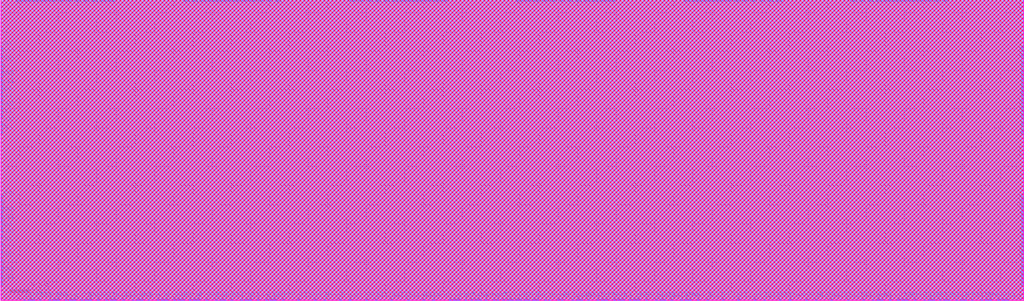
<source format=lef>
# 
#              Synchronous High Speed Single Port SRAM Compiler 
# 
#                    UMC 0.18um GenericII Logic Process
#    __________________________________________________________________________
# 
# 
#      (C) Copyright 2002-2009 Faraday Technology Corp. All Rights Reserved.
#    
#    This source code is an unpublished work belongs to Faraday Technology
#    Corp.  It is considered a trade secret and is not to be divulged or
#    used by parties who have not received written authorization from
#    Faraday Technology Corp.
#    
#    Faraday's home page can be found at:
#    http://www.faraday-tech.com/
#   
#       Module Name      : SRAM_64X32
#       Words            : 64
#       Bits             : 32
#       Byte-Write       : 1
#       Aspect Ratio     : 1
#       Output Loading   : 0.05  (pf)
#       Data Slew        : 0.02  (ns)
#       CK Slew          : 0.02  (ns)
#       Power Ring Width : 2  (um)
# 
# -----------------------------------------------------------------------------
# 
#       Library          : FSA0M_A
#       Memaker          : 200901.2.1
#       Date             : 2024/11/25 18:33:46
# 
# -----------------------------------------------------------------------------


NAMESCASESENSITIVE ON ;
MACRO SRAM_64X32
CLASS BLOCK ;
FOREIGN SRAM_64X32 0.000 0.000 ;
ORIGIN 0.000 0.000 ;
SIZE 531.960 BY 156.800 ;
SYMMETRY x y r90 ;
SITE core ;
PIN GND
  DIRECTION INOUT ;
  USE GROUND ;
  SHAPE ABUTMENT ;
 PORT
  LAYER ME4 ;
  RECT 530.840 129.700 531.960 132.940 ;
  LAYER ME3 ;
  RECT 530.840 129.700 531.960 132.940 ;
  LAYER ME2 ;
  RECT 530.840 129.700 531.960 132.940 ;
  LAYER ME1 ;
  RECT 530.840 129.700 531.960 132.940 ;
 END
 PORT
  LAYER ME4 ;
  RECT 530.840 121.860 531.960 125.100 ;
  LAYER ME3 ;
  RECT 530.840 121.860 531.960 125.100 ;
  LAYER ME2 ;
  RECT 530.840 121.860 531.960 125.100 ;
  LAYER ME1 ;
  RECT 530.840 121.860 531.960 125.100 ;
 END
 PORT
  LAYER ME4 ;
  RECT 530.840 114.020 531.960 117.260 ;
  LAYER ME3 ;
  RECT 530.840 114.020 531.960 117.260 ;
  LAYER ME2 ;
  RECT 530.840 114.020 531.960 117.260 ;
  LAYER ME1 ;
  RECT 530.840 114.020 531.960 117.260 ;
 END
 PORT
  LAYER ME4 ;
  RECT 530.840 106.180 531.960 109.420 ;
  LAYER ME3 ;
  RECT 530.840 106.180 531.960 109.420 ;
  LAYER ME2 ;
  RECT 530.840 106.180 531.960 109.420 ;
  LAYER ME1 ;
  RECT 530.840 106.180 531.960 109.420 ;
 END
 PORT
  LAYER ME4 ;
  RECT 530.840 98.340 531.960 101.580 ;
  LAYER ME3 ;
  RECT 530.840 98.340 531.960 101.580 ;
  LAYER ME2 ;
  RECT 530.840 98.340 531.960 101.580 ;
  LAYER ME1 ;
  RECT 530.840 98.340 531.960 101.580 ;
 END
 PORT
  LAYER ME4 ;
  RECT 530.840 90.500 531.960 93.740 ;
  LAYER ME3 ;
  RECT 530.840 90.500 531.960 93.740 ;
  LAYER ME2 ;
  RECT 530.840 90.500 531.960 93.740 ;
  LAYER ME1 ;
  RECT 530.840 90.500 531.960 93.740 ;
 END
 PORT
  LAYER ME4 ;
  RECT 530.840 51.300 531.960 54.540 ;
  LAYER ME3 ;
  RECT 530.840 51.300 531.960 54.540 ;
  LAYER ME2 ;
  RECT 530.840 51.300 531.960 54.540 ;
  LAYER ME1 ;
  RECT 530.840 51.300 531.960 54.540 ;
 END
 PORT
  LAYER ME4 ;
  RECT 530.840 43.460 531.960 46.700 ;
  LAYER ME3 ;
  RECT 530.840 43.460 531.960 46.700 ;
  LAYER ME2 ;
  RECT 530.840 43.460 531.960 46.700 ;
  LAYER ME1 ;
  RECT 530.840 43.460 531.960 46.700 ;
 END
 PORT
  LAYER ME4 ;
  RECT 530.840 35.620 531.960 38.860 ;
  LAYER ME3 ;
  RECT 530.840 35.620 531.960 38.860 ;
  LAYER ME2 ;
  RECT 530.840 35.620 531.960 38.860 ;
  LAYER ME1 ;
  RECT 530.840 35.620 531.960 38.860 ;
 END
 PORT
  LAYER ME4 ;
  RECT 530.840 27.780 531.960 31.020 ;
  LAYER ME3 ;
  RECT 530.840 27.780 531.960 31.020 ;
  LAYER ME2 ;
  RECT 530.840 27.780 531.960 31.020 ;
  LAYER ME1 ;
  RECT 530.840 27.780 531.960 31.020 ;
 END
 PORT
  LAYER ME4 ;
  RECT 530.840 19.940 531.960 23.180 ;
  LAYER ME3 ;
  RECT 530.840 19.940 531.960 23.180 ;
  LAYER ME2 ;
  RECT 530.840 19.940 531.960 23.180 ;
  LAYER ME1 ;
  RECT 530.840 19.940 531.960 23.180 ;
 END
 PORT
  LAYER ME4 ;
  RECT 530.840 12.100 531.960 15.340 ;
  LAYER ME3 ;
  RECT 530.840 12.100 531.960 15.340 ;
  LAYER ME2 ;
  RECT 530.840 12.100 531.960 15.340 ;
  LAYER ME1 ;
  RECT 530.840 12.100 531.960 15.340 ;
 END
 PORT
  LAYER ME4 ;
  RECT 0.000 129.700 1.120 132.940 ;
  LAYER ME3 ;
  RECT 0.000 129.700 1.120 132.940 ;
  LAYER ME2 ;
  RECT 0.000 129.700 1.120 132.940 ;
  LAYER ME1 ;
  RECT 0.000 129.700 1.120 132.940 ;
 END
 PORT
  LAYER ME4 ;
  RECT 0.000 121.860 1.120 125.100 ;
  LAYER ME3 ;
  RECT 0.000 121.860 1.120 125.100 ;
  LAYER ME2 ;
  RECT 0.000 121.860 1.120 125.100 ;
  LAYER ME1 ;
  RECT 0.000 121.860 1.120 125.100 ;
 END
 PORT
  LAYER ME4 ;
  RECT 0.000 114.020 1.120 117.260 ;
  LAYER ME3 ;
  RECT 0.000 114.020 1.120 117.260 ;
  LAYER ME2 ;
  RECT 0.000 114.020 1.120 117.260 ;
  LAYER ME1 ;
  RECT 0.000 114.020 1.120 117.260 ;
 END
 PORT
  LAYER ME4 ;
  RECT 0.000 106.180 1.120 109.420 ;
  LAYER ME3 ;
  RECT 0.000 106.180 1.120 109.420 ;
  LAYER ME2 ;
  RECT 0.000 106.180 1.120 109.420 ;
  LAYER ME1 ;
  RECT 0.000 106.180 1.120 109.420 ;
 END
 PORT
  LAYER ME4 ;
  RECT 0.000 98.340 1.120 101.580 ;
  LAYER ME3 ;
  RECT 0.000 98.340 1.120 101.580 ;
  LAYER ME2 ;
  RECT 0.000 98.340 1.120 101.580 ;
  LAYER ME1 ;
  RECT 0.000 98.340 1.120 101.580 ;
 END
 PORT
  LAYER ME4 ;
  RECT 0.000 90.500 1.120 93.740 ;
  LAYER ME3 ;
  RECT 0.000 90.500 1.120 93.740 ;
  LAYER ME2 ;
  RECT 0.000 90.500 1.120 93.740 ;
  LAYER ME1 ;
  RECT 0.000 90.500 1.120 93.740 ;
 END
 PORT
  LAYER ME4 ;
  RECT 0.000 51.300 1.120 54.540 ;
  LAYER ME3 ;
  RECT 0.000 51.300 1.120 54.540 ;
  LAYER ME2 ;
  RECT 0.000 51.300 1.120 54.540 ;
  LAYER ME1 ;
  RECT 0.000 51.300 1.120 54.540 ;
 END
 PORT
  LAYER ME4 ;
  RECT 0.000 43.460 1.120 46.700 ;
  LAYER ME3 ;
  RECT 0.000 43.460 1.120 46.700 ;
  LAYER ME2 ;
  RECT 0.000 43.460 1.120 46.700 ;
  LAYER ME1 ;
  RECT 0.000 43.460 1.120 46.700 ;
 END
 PORT
  LAYER ME4 ;
  RECT 0.000 35.620 1.120 38.860 ;
  LAYER ME3 ;
  RECT 0.000 35.620 1.120 38.860 ;
  LAYER ME2 ;
  RECT 0.000 35.620 1.120 38.860 ;
  LAYER ME1 ;
  RECT 0.000 35.620 1.120 38.860 ;
 END
 PORT
  LAYER ME4 ;
  RECT 0.000 27.780 1.120 31.020 ;
  LAYER ME3 ;
  RECT 0.000 27.780 1.120 31.020 ;
  LAYER ME2 ;
  RECT 0.000 27.780 1.120 31.020 ;
  LAYER ME1 ;
  RECT 0.000 27.780 1.120 31.020 ;
 END
 PORT
  LAYER ME4 ;
  RECT 0.000 19.940 1.120 23.180 ;
  LAYER ME3 ;
  RECT 0.000 19.940 1.120 23.180 ;
  LAYER ME2 ;
  RECT 0.000 19.940 1.120 23.180 ;
  LAYER ME1 ;
  RECT 0.000 19.940 1.120 23.180 ;
 END
 PORT
  LAYER ME4 ;
  RECT 0.000 12.100 1.120 15.340 ;
  LAYER ME3 ;
  RECT 0.000 12.100 1.120 15.340 ;
  LAYER ME2 ;
  RECT 0.000 12.100 1.120 15.340 ;
  LAYER ME1 ;
  RECT 0.000 12.100 1.120 15.340 ;
 END
 PORT
  LAYER ME4 ;
  RECT 489.580 155.680 493.120 156.800 ;
  LAYER ME3 ;
  RECT 489.580 155.680 493.120 156.800 ;
  LAYER ME2 ;
  RECT 489.580 155.680 493.120 156.800 ;
  LAYER ME1 ;
  RECT 489.580 155.680 493.120 156.800 ;
 END
 PORT
  LAYER ME4 ;
  RECT 480.900 155.680 484.440 156.800 ;
  LAYER ME3 ;
  RECT 480.900 155.680 484.440 156.800 ;
  LAYER ME2 ;
  RECT 480.900 155.680 484.440 156.800 ;
  LAYER ME1 ;
  RECT 480.900 155.680 484.440 156.800 ;
 END
 PORT
  LAYER ME4 ;
  RECT 472.220 155.680 475.760 156.800 ;
  LAYER ME3 ;
  RECT 472.220 155.680 475.760 156.800 ;
  LAYER ME2 ;
  RECT 472.220 155.680 475.760 156.800 ;
  LAYER ME1 ;
  RECT 472.220 155.680 475.760 156.800 ;
 END
 PORT
  LAYER ME4 ;
  RECT 463.540 155.680 467.080 156.800 ;
  LAYER ME3 ;
  RECT 463.540 155.680 467.080 156.800 ;
  LAYER ME2 ;
  RECT 463.540 155.680 467.080 156.800 ;
  LAYER ME1 ;
  RECT 463.540 155.680 467.080 156.800 ;
 END
 PORT
  LAYER ME4 ;
  RECT 454.860 155.680 458.400 156.800 ;
  LAYER ME3 ;
  RECT 454.860 155.680 458.400 156.800 ;
  LAYER ME2 ;
  RECT 454.860 155.680 458.400 156.800 ;
  LAYER ME1 ;
  RECT 454.860 155.680 458.400 156.800 ;
 END
 PORT
  LAYER ME4 ;
  RECT 446.180 155.680 449.720 156.800 ;
  LAYER ME3 ;
  RECT 446.180 155.680 449.720 156.800 ;
  LAYER ME2 ;
  RECT 446.180 155.680 449.720 156.800 ;
  LAYER ME1 ;
  RECT 446.180 155.680 449.720 156.800 ;
 END
 PORT
  LAYER ME4 ;
  RECT 402.780 155.680 406.320 156.800 ;
  LAYER ME3 ;
  RECT 402.780 155.680 406.320 156.800 ;
  LAYER ME2 ;
  RECT 402.780 155.680 406.320 156.800 ;
  LAYER ME1 ;
  RECT 402.780 155.680 406.320 156.800 ;
 END
 PORT
  LAYER ME4 ;
  RECT 394.100 155.680 397.640 156.800 ;
  LAYER ME3 ;
  RECT 394.100 155.680 397.640 156.800 ;
  LAYER ME2 ;
  RECT 394.100 155.680 397.640 156.800 ;
  LAYER ME1 ;
  RECT 394.100 155.680 397.640 156.800 ;
 END
 PORT
  LAYER ME4 ;
  RECT 385.420 155.680 388.960 156.800 ;
  LAYER ME3 ;
  RECT 385.420 155.680 388.960 156.800 ;
  LAYER ME2 ;
  RECT 385.420 155.680 388.960 156.800 ;
  LAYER ME1 ;
  RECT 385.420 155.680 388.960 156.800 ;
 END
 PORT
  LAYER ME4 ;
  RECT 376.740 155.680 380.280 156.800 ;
  LAYER ME3 ;
  RECT 376.740 155.680 380.280 156.800 ;
  LAYER ME2 ;
  RECT 376.740 155.680 380.280 156.800 ;
  LAYER ME1 ;
  RECT 376.740 155.680 380.280 156.800 ;
 END
 PORT
  LAYER ME4 ;
  RECT 368.060 155.680 371.600 156.800 ;
  LAYER ME3 ;
  RECT 368.060 155.680 371.600 156.800 ;
  LAYER ME2 ;
  RECT 368.060 155.680 371.600 156.800 ;
  LAYER ME1 ;
  RECT 368.060 155.680 371.600 156.800 ;
 END
 PORT
  LAYER ME4 ;
  RECT 359.380 155.680 362.920 156.800 ;
  LAYER ME3 ;
  RECT 359.380 155.680 362.920 156.800 ;
  LAYER ME2 ;
  RECT 359.380 155.680 362.920 156.800 ;
  LAYER ME1 ;
  RECT 359.380 155.680 362.920 156.800 ;
 END
 PORT
  LAYER ME4 ;
  RECT 315.980 155.680 319.520 156.800 ;
  LAYER ME3 ;
  RECT 315.980 155.680 319.520 156.800 ;
  LAYER ME2 ;
  RECT 315.980 155.680 319.520 156.800 ;
  LAYER ME1 ;
  RECT 315.980 155.680 319.520 156.800 ;
 END
 PORT
  LAYER ME4 ;
  RECT 307.300 155.680 310.840 156.800 ;
  LAYER ME3 ;
  RECT 307.300 155.680 310.840 156.800 ;
  LAYER ME2 ;
  RECT 307.300 155.680 310.840 156.800 ;
  LAYER ME1 ;
  RECT 307.300 155.680 310.840 156.800 ;
 END
 PORT
  LAYER ME4 ;
  RECT 298.620 155.680 302.160 156.800 ;
  LAYER ME3 ;
  RECT 298.620 155.680 302.160 156.800 ;
  LAYER ME2 ;
  RECT 298.620 155.680 302.160 156.800 ;
  LAYER ME1 ;
  RECT 298.620 155.680 302.160 156.800 ;
 END
 PORT
  LAYER ME4 ;
  RECT 289.940 155.680 293.480 156.800 ;
  LAYER ME3 ;
  RECT 289.940 155.680 293.480 156.800 ;
  LAYER ME2 ;
  RECT 289.940 155.680 293.480 156.800 ;
  LAYER ME1 ;
  RECT 289.940 155.680 293.480 156.800 ;
 END
 PORT
  LAYER ME4 ;
  RECT 281.260 155.680 284.800 156.800 ;
  LAYER ME3 ;
  RECT 281.260 155.680 284.800 156.800 ;
  LAYER ME2 ;
  RECT 281.260 155.680 284.800 156.800 ;
  LAYER ME1 ;
  RECT 281.260 155.680 284.800 156.800 ;
 END
 PORT
  LAYER ME4 ;
  RECT 272.580 155.680 276.120 156.800 ;
  LAYER ME3 ;
  RECT 272.580 155.680 276.120 156.800 ;
  LAYER ME2 ;
  RECT 272.580 155.680 276.120 156.800 ;
  LAYER ME1 ;
  RECT 272.580 155.680 276.120 156.800 ;
 END
 PORT
  LAYER ME4 ;
  RECT 229.180 155.680 232.720 156.800 ;
  LAYER ME3 ;
  RECT 229.180 155.680 232.720 156.800 ;
  LAYER ME2 ;
  RECT 229.180 155.680 232.720 156.800 ;
  LAYER ME1 ;
  RECT 229.180 155.680 232.720 156.800 ;
 END
 PORT
  LAYER ME4 ;
  RECT 220.500 155.680 224.040 156.800 ;
  LAYER ME3 ;
  RECT 220.500 155.680 224.040 156.800 ;
  LAYER ME2 ;
  RECT 220.500 155.680 224.040 156.800 ;
  LAYER ME1 ;
  RECT 220.500 155.680 224.040 156.800 ;
 END
 PORT
  LAYER ME4 ;
  RECT 211.820 155.680 215.360 156.800 ;
  LAYER ME3 ;
  RECT 211.820 155.680 215.360 156.800 ;
  LAYER ME2 ;
  RECT 211.820 155.680 215.360 156.800 ;
  LAYER ME1 ;
  RECT 211.820 155.680 215.360 156.800 ;
 END
 PORT
  LAYER ME4 ;
  RECT 203.140 155.680 206.680 156.800 ;
  LAYER ME3 ;
  RECT 203.140 155.680 206.680 156.800 ;
  LAYER ME2 ;
  RECT 203.140 155.680 206.680 156.800 ;
  LAYER ME1 ;
  RECT 203.140 155.680 206.680 156.800 ;
 END
 PORT
  LAYER ME4 ;
  RECT 194.460 155.680 198.000 156.800 ;
  LAYER ME3 ;
  RECT 194.460 155.680 198.000 156.800 ;
  LAYER ME2 ;
  RECT 194.460 155.680 198.000 156.800 ;
  LAYER ME1 ;
  RECT 194.460 155.680 198.000 156.800 ;
 END
 PORT
  LAYER ME4 ;
  RECT 185.780 155.680 189.320 156.800 ;
  LAYER ME3 ;
  RECT 185.780 155.680 189.320 156.800 ;
  LAYER ME2 ;
  RECT 185.780 155.680 189.320 156.800 ;
  LAYER ME1 ;
  RECT 185.780 155.680 189.320 156.800 ;
 END
 PORT
  LAYER ME4 ;
  RECT 142.380 155.680 145.920 156.800 ;
  LAYER ME3 ;
  RECT 142.380 155.680 145.920 156.800 ;
  LAYER ME2 ;
  RECT 142.380 155.680 145.920 156.800 ;
  LAYER ME1 ;
  RECT 142.380 155.680 145.920 156.800 ;
 END
 PORT
  LAYER ME4 ;
  RECT 133.700 155.680 137.240 156.800 ;
  LAYER ME3 ;
  RECT 133.700 155.680 137.240 156.800 ;
  LAYER ME2 ;
  RECT 133.700 155.680 137.240 156.800 ;
  LAYER ME1 ;
  RECT 133.700 155.680 137.240 156.800 ;
 END
 PORT
  LAYER ME4 ;
  RECT 125.020 155.680 128.560 156.800 ;
  LAYER ME3 ;
  RECT 125.020 155.680 128.560 156.800 ;
  LAYER ME2 ;
  RECT 125.020 155.680 128.560 156.800 ;
  LAYER ME1 ;
  RECT 125.020 155.680 128.560 156.800 ;
 END
 PORT
  LAYER ME4 ;
  RECT 116.340 155.680 119.880 156.800 ;
  LAYER ME3 ;
  RECT 116.340 155.680 119.880 156.800 ;
  LAYER ME2 ;
  RECT 116.340 155.680 119.880 156.800 ;
  LAYER ME1 ;
  RECT 116.340 155.680 119.880 156.800 ;
 END
 PORT
  LAYER ME4 ;
  RECT 107.660 155.680 111.200 156.800 ;
  LAYER ME3 ;
  RECT 107.660 155.680 111.200 156.800 ;
  LAYER ME2 ;
  RECT 107.660 155.680 111.200 156.800 ;
  LAYER ME1 ;
  RECT 107.660 155.680 111.200 156.800 ;
 END
 PORT
  LAYER ME4 ;
  RECT 98.980 155.680 102.520 156.800 ;
  LAYER ME3 ;
  RECT 98.980 155.680 102.520 156.800 ;
  LAYER ME2 ;
  RECT 98.980 155.680 102.520 156.800 ;
  LAYER ME1 ;
  RECT 98.980 155.680 102.520 156.800 ;
 END
 PORT
  LAYER ME4 ;
  RECT 55.580 155.680 59.120 156.800 ;
  LAYER ME3 ;
  RECT 55.580 155.680 59.120 156.800 ;
  LAYER ME2 ;
  RECT 55.580 155.680 59.120 156.800 ;
  LAYER ME1 ;
  RECT 55.580 155.680 59.120 156.800 ;
 END
 PORT
  LAYER ME4 ;
  RECT 46.900 155.680 50.440 156.800 ;
  LAYER ME3 ;
  RECT 46.900 155.680 50.440 156.800 ;
  LAYER ME2 ;
  RECT 46.900 155.680 50.440 156.800 ;
  LAYER ME1 ;
  RECT 46.900 155.680 50.440 156.800 ;
 END
 PORT
  LAYER ME4 ;
  RECT 38.220 155.680 41.760 156.800 ;
  LAYER ME3 ;
  RECT 38.220 155.680 41.760 156.800 ;
  LAYER ME2 ;
  RECT 38.220 155.680 41.760 156.800 ;
  LAYER ME1 ;
  RECT 38.220 155.680 41.760 156.800 ;
 END
 PORT
  LAYER ME4 ;
  RECT 29.540 155.680 33.080 156.800 ;
  LAYER ME3 ;
  RECT 29.540 155.680 33.080 156.800 ;
  LAYER ME2 ;
  RECT 29.540 155.680 33.080 156.800 ;
  LAYER ME1 ;
  RECT 29.540 155.680 33.080 156.800 ;
 END
 PORT
  LAYER ME4 ;
  RECT 20.860 155.680 24.400 156.800 ;
  LAYER ME3 ;
  RECT 20.860 155.680 24.400 156.800 ;
  LAYER ME2 ;
  RECT 20.860 155.680 24.400 156.800 ;
  LAYER ME1 ;
  RECT 20.860 155.680 24.400 156.800 ;
 END
 PORT
  LAYER ME4 ;
  RECT 12.180 155.680 15.720 156.800 ;
  LAYER ME3 ;
  RECT 12.180 155.680 15.720 156.800 ;
  LAYER ME2 ;
  RECT 12.180 155.680 15.720 156.800 ;
  LAYER ME1 ;
  RECT 12.180 155.680 15.720 156.800 ;
 END
 PORT
  LAYER ME4 ;
  RECT 511.900 0.000 515.440 1.120 ;
  LAYER ME3 ;
  RECT 511.900 0.000 515.440 1.120 ;
  LAYER ME2 ;
  RECT 511.900 0.000 515.440 1.120 ;
  LAYER ME1 ;
  RECT 511.900 0.000 515.440 1.120 ;
 END
 PORT
  LAYER ME4 ;
  RECT 490.200 0.000 493.740 1.120 ;
  LAYER ME3 ;
  RECT 490.200 0.000 493.740 1.120 ;
  LAYER ME2 ;
  RECT 490.200 0.000 493.740 1.120 ;
  LAYER ME1 ;
  RECT 490.200 0.000 493.740 1.120 ;
 END
 PORT
  LAYER ME4 ;
  RECT 468.500 0.000 472.040 1.120 ;
  LAYER ME3 ;
  RECT 468.500 0.000 472.040 1.120 ;
  LAYER ME2 ;
  RECT 468.500 0.000 472.040 1.120 ;
  LAYER ME1 ;
  RECT 468.500 0.000 472.040 1.120 ;
 END
 PORT
  LAYER ME4 ;
  RECT 355.660 0.000 359.200 1.120 ;
  LAYER ME3 ;
  RECT 355.660 0.000 359.200 1.120 ;
  LAYER ME2 ;
  RECT 355.660 0.000 359.200 1.120 ;
  LAYER ME1 ;
  RECT 355.660 0.000 359.200 1.120 ;
 END
 PORT
  LAYER ME4 ;
  RECT 329.000 0.000 332.540 1.120 ;
  LAYER ME3 ;
  RECT 329.000 0.000 332.540 1.120 ;
  LAYER ME2 ;
  RECT 329.000 0.000 332.540 1.120 ;
  LAYER ME1 ;
  RECT 329.000 0.000 332.540 1.120 ;
 END
 PORT
  LAYER ME4 ;
  RECT 312.260 0.000 315.800 1.120 ;
  LAYER ME3 ;
  RECT 312.260 0.000 315.800 1.120 ;
  LAYER ME2 ;
  RECT 312.260 0.000 315.800 1.120 ;
  LAYER ME1 ;
  RECT 312.260 0.000 315.800 1.120 ;
 END
 PORT
  LAYER ME4 ;
  RECT 276.300 0.000 279.840 1.120 ;
  LAYER ME3 ;
  RECT 276.300 0.000 279.840 1.120 ;
  LAYER ME2 ;
  RECT 276.300 0.000 279.840 1.120 ;
  LAYER ME1 ;
  RECT 276.300 0.000 279.840 1.120 ;
 END
 PORT
  LAYER ME4 ;
  RECT 267.620 0.000 271.160 1.120 ;
  LAYER ME3 ;
  RECT 267.620 0.000 271.160 1.120 ;
  LAYER ME2 ;
  RECT 267.620 0.000 271.160 1.120 ;
  LAYER ME1 ;
  RECT 267.620 0.000 271.160 1.120 ;
 END
 PORT
  LAYER ME4 ;
  RECT 246.540 0.000 250.080 1.120 ;
  LAYER ME3 ;
  RECT 246.540 0.000 250.080 1.120 ;
  LAYER ME2 ;
  RECT 246.540 0.000 250.080 1.120 ;
  LAYER ME1 ;
  RECT 246.540 0.000 250.080 1.120 ;
 END
 PORT
  LAYER ME4 ;
  RECT 139.900 0.000 143.440 1.120 ;
  LAYER ME3 ;
  RECT 139.900 0.000 143.440 1.120 ;
  LAYER ME2 ;
  RECT 139.900 0.000 143.440 1.120 ;
  LAYER ME1 ;
  RECT 139.900 0.000 143.440 1.120 ;
 END
 PORT
  LAYER ME4 ;
  RECT 113.860 0.000 117.400 1.120 ;
  LAYER ME3 ;
  RECT 113.860 0.000 117.400 1.120 ;
  LAYER ME2 ;
  RECT 113.860 0.000 117.400 1.120 ;
  LAYER ME1 ;
  RECT 113.860 0.000 117.400 1.120 ;
 END
 PORT
  LAYER ME4 ;
  RECT 92.160 0.000 95.700 1.120 ;
  LAYER ME3 ;
  RECT 92.160 0.000 95.700 1.120 ;
  LAYER ME2 ;
  RECT 92.160 0.000 95.700 1.120 ;
  LAYER ME1 ;
  RECT 92.160 0.000 95.700 1.120 ;
 END
 PORT
  LAYER ME4 ;
  RECT 70.460 0.000 74.000 1.120 ;
  LAYER ME3 ;
  RECT 70.460 0.000 74.000 1.120 ;
  LAYER ME2 ;
  RECT 70.460 0.000 74.000 1.120 ;
  LAYER ME1 ;
  RECT 70.460 0.000 74.000 1.120 ;
 END
 PORT
  LAYER ME4 ;
  RECT 43.800 0.000 47.340 1.120 ;
  LAYER ME3 ;
  RECT 43.800 0.000 47.340 1.120 ;
  LAYER ME2 ;
  RECT 43.800 0.000 47.340 1.120 ;
  LAYER ME1 ;
  RECT 43.800 0.000 47.340 1.120 ;
 END
 PORT
  LAYER ME4 ;
  RECT 27.060 0.000 30.600 1.120 ;
  LAYER ME3 ;
  RECT 27.060 0.000 30.600 1.120 ;
  LAYER ME2 ;
  RECT 27.060 0.000 30.600 1.120 ;
  LAYER ME1 ;
  RECT 27.060 0.000 30.600 1.120 ;
 END
END GND
PIN VCC
  DIRECTION INOUT ;
  USE POWER ;
  SHAPE ABUTMENT ;
 PORT
  LAYER ME4 ;
  RECT 530.840 125.780 531.960 129.020 ;
  LAYER ME3 ;
  RECT 530.840 125.780 531.960 129.020 ;
  LAYER ME2 ;
  RECT 530.840 125.780 531.960 129.020 ;
  LAYER ME1 ;
  RECT 530.840 125.780 531.960 129.020 ;
 END
 PORT
  LAYER ME4 ;
  RECT 530.840 117.940 531.960 121.180 ;
  LAYER ME3 ;
  RECT 530.840 117.940 531.960 121.180 ;
  LAYER ME2 ;
  RECT 530.840 117.940 531.960 121.180 ;
  LAYER ME1 ;
  RECT 530.840 117.940 531.960 121.180 ;
 END
 PORT
  LAYER ME4 ;
  RECT 530.840 110.100 531.960 113.340 ;
  LAYER ME3 ;
  RECT 530.840 110.100 531.960 113.340 ;
  LAYER ME2 ;
  RECT 530.840 110.100 531.960 113.340 ;
  LAYER ME1 ;
  RECT 530.840 110.100 531.960 113.340 ;
 END
 PORT
  LAYER ME4 ;
  RECT 530.840 102.260 531.960 105.500 ;
  LAYER ME3 ;
  RECT 530.840 102.260 531.960 105.500 ;
  LAYER ME2 ;
  RECT 530.840 102.260 531.960 105.500 ;
  LAYER ME1 ;
  RECT 530.840 102.260 531.960 105.500 ;
 END
 PORT
  LAYER ME4 ;
  RECT 530.840 94.420 531.960 97.660 ;
  LAYER ME3 ;
  RECT 530.840 94.420 531.960 97.660 ;
  LAYER ME2 ;
  RECT 530.840 94.420 531.960 97.660 ;
  LAYER ME1 ;
  RECT 530.840 94.420 531.960 97.660 ;
 END
 PORT
  LAYER ME4 ;
  RECT 530.840 86.580 531.960 89.820 ;
  LAYER ME3 ;
  RECT 530.840 86.580 531.960 89.820 ;
  LAYER ME2 ;
  RECT 530.840 86.580 531.960 89.820 ;
  LAYER ME1 ;
  RECT 530.840 86.580 531.960 89.820 ;
 END
 PORT
  LAYER ME4 ;
  RECT 530.840 47.380 531.960 50.620 ;
  LAYER ME3 ;
  RECT 530.840 47.380 531.960 50.620 ;
  LAYER ME2 ;
  RECT 530.840 47.380 531.960 50.620 ;
  LAYER ME1 ;
  RECT 530.840 47.380 531.960 50.620 ;
 END
 PORT
  LAYER ME4 ;
  RECT 530.840 39.540 531.960 42.780 ;
  LAYER ME3 ;
  RECT 530.840 39.540 531.960 42.780 ;
  LAYER ME2 ;
  RECT 530.840 39.540 531.960 42.780 ;
  LAYER ME1 ;
  RECT 530.840 39.540 531.960 42.780 ;
 END
 PORT
  LAYER ME4 ;
  RECT 530.840 31.700 531.960 34.940 ;
  LAYER ME3 ;
  RECT 530.840 31.700 531.960 34.940 ;
  LAYER ME2 ;
  RECT 530.840 31.700 531.960 34.940 ;
  LAYER ME1 ;
  RECT 530.840 31.700 531.960 34.940 ;
 END
 PORT
  LAYER ME4 ;
  RECT 530.840 23.860 531.960 27.100 ;
  LAYER ME3 ;
  RECT 530.840 23.860 531.960 27.100 ;
  LAYER ME2 ;
  RECT 530.840 23.860 531.960 27.100 ;
  LAYER ME1 ;
  RECT 530.840 23.860 531.960 27.100 ;
 END
 PORT
  LAYER ME4 ;
  RECT 530.840 16.020 531.960 19.260 ;
  LAYER ME3 ;
  RECT 530.840 16.020 531.960 19.260 ;
  LAYER ME2 ;
  RECT 530.840 16.020 531.960 19.260 ;
  LAYER ME1 ;
  RECT 530.840 16.020 531.960 19.260 ;
 END
 PORT
  LAYER ME4 ;
  RECT 530.840 8.180 531.960 11.420 ;
  LAYER ME3 ;
  RECT 530.840 8.180 531.960 11.420 ;
  LAYER ME2 ;
  RECT 530.840 8.180 531.960 11.420 ;
  LAYER ME1 ;
  RECT 530.840 8.180 531.960 11.420 ;
 END
 PORT
  LAYER ME4 ;
  RECT 0.000 125.780 1.120 129.020 ;
  LAYER ME3 ;
  RECT 0.000 125.780 1.120 129.020 ;
  LAYER ME2 ;
  RECT 0.000 125.780 1.120 129.020 ;
  LAYER ME1 ;
  RECT 0.000 125.780 1.120 129.020 ;
 END
 PORT
  LAYER ME4 ;
  RECT 0.000 117.940 1.120 121.180 ;
  LAYER ME3 ;
  RECT 0.000 117.940 1.120 121.180 ;
  LAYER ME2 ;
  RECT 0.000 117.940 1.120 121.180 ;
  LAYER ME1 ;
  RECT 0.000 117.940 1.120 121.180 ;
 END
 PORT
  LAYER ME4 ;
  RECT 0.000 110.100 1.120 113.340 ;
  LAYER ME3 ;
  RECT 0.000 110.100 1.120 113.340 ;
  LAYER ME2 ;
  RECT 0.000 110.100 1.120 113.340 ;
  LAYER ME1 ;
  RECT 0.000 110.100 1.120 113.340 ;
 END
 PORT
  LAYER ME4 ;
  RECT 0.000 102.260 1.120 105.500 ;
  LAYER ME3 ;
  RECT 0.000 102.260 1.120 105.500 ;
  LAYER ME2 ;
  RECT 0.000 102.260 1.120 105.500 ;
  LAYER ME1 ;
  RECT 0.000 102.260 1.120 105.500 ;
 END
 PORT
  LAYER ME4 ;
  RECT 0.000 94.420 1.120 97.660 ;
  LAYER ME3 ;
  RECT 0.000 94.420 1.120 97.660 ;
  LAYER ME2 ;
  RECT 0.000 94.420 1.120 97.660 ;
  LAYER ME1 ;
  RECT 0.000 94.420 1.120 97.660 ;
 END
 PORT
  LAYER ME4 ;
  RECT 0.000 86.580 1.120 89.820 ;
  LAYER ME3 ;
  RECT 0.000 86.580 1.120 89.820 ;
  LAYER ME2 ;
  RECT 0.000 86.580 1.120 89.820 ;
  LAYER ME1 ;
  RECT 0.000 86.580 1.120 89.820 ;
 END
 PORT
  LAYER ME4 ;
  RECT 0.000 47.380 1.120 50.620 ;
  LAYER ME3 ;
  RECT 0.000 47.380 1.120 50.620 ;
  LAYER ME2 ;
  RECT 0.000 47.380 1.120 50.620 ;
  LAYER ME1 ;
  RECT 0.000 47.380 1.120 50.620 ;
 END
 PORT
  LAYER ME4 ;
  RECT 0.000 39.540 1.120 42.780 ;
  LAYER ME3 ;
  RECT 0.000 39.540 1.120 42.780 ;
  LAYER ME2 ;
  RECT 0.000 39.540 1.120 42.780 ;
  LAYER ME1 ;
  RECT 0.000 39.540 1.120 42.780 ;
 END
 PORT
  LAYER ME4 ;
  RECT 0.000 31.700 1.120 34.940 ;
  LAYER ME3 ;
  RECT 0.000 31.700 1.120 34.940 ;
  LAYER ME2 ;
  RECT 0.000 31.700 1.120 34.940 ;
  LAYER ME1 ;
  RECT 0.000 31.700 1.120 34.940 ;
 END
 PORT
  LAYER ME4 ;
  RECT 0.000 23.860 1.120 27.100 ;
  LAYER ME3 ;
  RECT 0.000 23.860 1.120 27.100 ;
  LAYER ME2 ;
  RECT 0.000 23.860 1.120 27.100 ;
  LAYER ME1 ;
  RECT 0.000 23.860 1.120 27.100 ;
 END
 PORT
  LAYER ME4 ;
  RECT 0.000 16.020 1.120 19.260 ;
  LAYER ME3 ;
  RECT 0.000 16.020 1.120 19.260 ;
  LAYER ME2 ;
  RECT 0.000 16.020 1.120 19.260 ;
  LAYER ME1 ;
  RECT 0.000 16.020 1.120 19.260 ;
 END
 PORT
  LAYER ME4 ;
  RECT 0.000 8.180 1.120 11.420 ;
  LAYER ME3 ;
  RECT 0.000 8.180 1.120 11.420 ;
  LAYER ME2 ;
  RECT 0.000 8.180 1.120 11.420 ;
  LAYER ME1 ;
  RECT 0.000 8.180 1.120 11.420 ;
 END
 PORT
  LAYER ME4 ;
  RECT 485.240 155.680 488.780 156.800 ;
  LAYER ME3 ;
  RECT 485.240 155.680 488.780 156.800 ;
  LAYER ME2 ;
  RECT 485.240 155.680 488.780 156.800 ;
  LAYER ME1 ;
  RECT 485.240 155.680 488.780 156.800 ;
 END
 PORT
  LAYER ME4 ;
  RECT 476.560 155.680 480.100 156.800 ;
  LAYER ME3 ;
  RECT 476.560 155.680 480.100 156.800 ;
  LAYER ME2 ;
  RECT 476.560 155.680 480.100 156.800 ;
  LAYER ME1 ;
  RECT 476.560 155.680 480.100 156.800 ;
 END
 PORT
  LAYER ME4 ;
  RECT 467.880 155.680 471.420 156.800 ;
  LAYER ME3 ;
  RECT 467.880 155.680 471.420 156.800 ;
  LAYER ME2 ;
  RECT 467.880 155.680 471.420 156.800 ;
  LAYER ME1 ;
  RECT 467.880 155.680 471.420 156.800 ;
 END
 PORT
  LAYER ME4 ;
  RECT 459.200 155.680 462.740 156.800 ;
  LAYER ME3 ;
  RECT 459.200 155.680 462.740 156.800 ;
  LAYER ME2 ;
  RECT 459.200 155.680 462.740 156.800 ;
  LAYER ME1 ;
  RECT 459.200 155.680 462.740 156.800 ;
 END
 PORT
  LAYER ME4 ;
  RECT 450.520 155.680 454.060 156.800 ;
  LAYER ME3 ;
  RECT 450.520 155.680 454.060 156.800 ;
  LAYER ME2 ;
  RECT 450.520 155.680 454.060 156.800 ;
  LAYER ME1 ;
  RECT 450.520 155.680 454.060 156.800 ;
 END
 PORT
  LAYER ME4 ;
  RECT 441.840 155.680 445.380 156.800 ;
  LAYER ME3 ;
  RECT 441.840 155.680 445.380 156.800 ;
  LAYER ME2 ;
  RECT 441.840 155.680 445.380 156.800 ;
  LAYER ME1 ;
  RECT 441.840 155.680 445.380 156.800 ;
 END
 PORT
  LAYER ME4 ;
  RECT 398.440 155.680 401.980 156.800 ;
  LAYER ME3 ;
  RECT 398.440 155.680 401.980 156.800 ;
  LAYER ME2 ;
  RECT 398.440 155.680 401.980 156.800 ;
  LAYER ME1 ;
  RECT 398.440 155.680 401.980 156.800 ;
 END
 PORT
  LAYER ME4 ;
  RECT 389.760 155.680 393.300 156.800 ;
  LAYER ME3 ;
  RECT 389.760 155.680 393.300 156.800 ;
  LAYER ME2 ;
  RECT 389.760 155.680 393.300 156.800 ;
  LAYER ME1 ;
  RECT 389.760 155.680 393.300 156.800 ;
 END
 PORT
  LAYER ME4 ;
  RECT 381.080 155.680 384.620 156.800 ;
  LAYER ME3 ;
  RECT 381.080 155.680 384.620 156.800 ;
  LAYER ME2 ;
  RECT 381.080 155.680 384.620 156.800 ;
  LAYER ME1 ;
  RECT 381.080 155.680 384.620 156.800 ;
 END
 PORT
  LAYER ME4 ;
  RECT 372.400 155.680 375.940 156.800 ;
  LAYER ME3 ;
  RECT 372.400 155.680 375.940 156.800 ;
  LAYER ME2 ;
  RECT 372.400 155.680 375.940 156.800 ;
  LAYER ME1 ;
  RECT 372.400 155.680 375.940 156.800 ;
 END
 PORT
  LAYER ME4 ;
  RECT 363.720 155.680 367.260 156.800 ;
  LAYER ME3 ;
  RECT 363.720 155.680 367.260 156.800 ;
  LAYER ME2 ;
  RECT 363.720 155.680 367.260 156.800 ;
  LAYER ME1 ;
  RECT 363.720 155.680 367.260 156.800 ;
 END
 PORT
  LAYER ME4 ;
  RECT 355.040 155.680 358.580 156.800 ;
  LAYER ME3 ;
  RECT 355.040 155.680 358.580 156.800 ;
  LAYER ME2 ;
  RECT 355.040 155.680 358.580 156.800 ;
  LAYER ME1 ;
  RECT 355.040 155.680 358.580 156.800 ;
 END
 PORT
  LAYER ME4 ;
  RECT 311.640 155.680 315.180 156.800 ;
  LAYER ME3 ;
  RECT 311.640 155.680 315.180 156.800 ;
  LAYER ME2 ;
  RECT 311.640 155.680 315.180 156.800 ;
  LAYER ME1 ;
  RECT 311.640 155.680 315.180 156.800 ;
 END
 PORT
  LAYER ME4 ;
  RECT 302.960 155.680 306.500 156.800 ;
  LAYER ME3 ;
  RECT 302.960 155.680 306.500 156.800 ;
  LAYER ME2 ;
  RECT 302.960 155.680 306.500 156.800 ;
  LAYER ME1 ;
  RECT 302.960 155.680 306.500 156.800 ;
 END
 PORT
  LAYER ME4 ;
  RECT 294.280 155.680 297.820 156.800 ;
  LAYER ME3 ;
  RECT 294.280 155.680 297.820 156.800 ;
  LAYER ME2 ;
  RECT 294.280 155.680 297.820 156.800 ;
  LAYER ME1 ;
  RECT 294.280 155.680 297.820 156.800 ;
 END
 PORT
  LAYER ME4 ;
  RECT 285.600 155.680 289.140 156.800 ;
  LAYER ME3 ;
  RECT 285.600 155.680 289.140 156.800 ;
  LAYER ME2 ;
  RECT 285.600 155.680 289.140 156.800 ;
  LAYER ME1 ;
  RECT 285.600 155.680 289.140 156.800 ;
 END
 PORT
  LAYER ME4 ;
  RECT 276.920 155.680 280.460 156.800 ;
  LAYER ME3 ;
  RECT 276.920 155.680 280.460 156.800 ;
  LAYER ME2 ;
  RECT 276.920 155.680 280.460 156.800 ;
  LAYER ME1 ;
  RECT 276.920 155.680 280.460 156.800 ;
 END
 PORT
  LAYER ME4 ;
  RECT 268.240 155.680 271.780 156.800 ;
  LAYER ME3 ;
  RECT 268.240 155.680 271.780 156.800 ;
  LAYER ME2 ;
  RECT 268.240 155.680 271.780 156.800 ;
  LAYER ME1 ;
  RECT 268.240 155.680 271.780 156.800 ;
 END
 PORT
  LAYER ME4 ;
  RECT 224.840 155.680 228.380 156.800 ;
  LAYER ME3 ;
  RECT 224.840 155.680 228.380 156.800 ;
  LAYER ME2 ;
  RECT 224.840 155.680 228.380 156.800 ;
  LAYER ME1 ;
  RECT 224.840 155.680 228.380 156.800 ;
 END
 PORT
  LAYER ME4 ;
  RECT 216.160 155.680 219.700 156.800 ;
  LAYER ME3 ;
  RECT 216.160 155.680 219.700 156.800 ;
  LAYER ME2 ;
  RECT 216.160 155.680 219.700 156.800 ;
  LAYER ME1 ;
  RECT 216.160 155.680 219.700 156.800 ;
 END
 PORT
  LAYER ME4 ;
  RECT 207.480 155.680 211.020 156.800 ;
  LAYER ME3 ;
  RECT 207.480 155.680 211.020 156.800 ;
  LAYER ME2 ;
  RECT 207.480 155.680 211.020 156.800 ;
  LAYER ME1 ;
  RECT 207.480 155.680 211.020 156.800 ;
 END
 PORT
  LAYER ME4 ;
  RECT 198.800 155.680 202.340 156.800 ;
  LAYER ME3 ;
  RECT 198.800 155.680 202.340 156.800 ;
  LAYER ME2 ;
  RECT 198.800 155.680 202.340 156.800 ;
  LAYER ME1 ;
  RECT 198.800 155.680 202.340 156.800 ;
 END
 PORT
  LAYER ME4 ;
  RECT 190.120 155.680 193.660 156.800 ;
  LAYER ME3 ;
  RECT 190.120 155.680 193.660 156.800 ;
  LAYER ME2 ;
  RECT 190.120 155.680 193.660 156.800 ;
  LAYER ME1 ;
  RECT 190.120 155.680 193.660 156.800 ;
 END
 PORT
  LAYER ME4 ;
  RECT 181.440 155.680 184.980 156.800 ;
  LAYER ME3 ;
  RECT 181.440 155.680 184.980 156.800 ;
  LAYER ME2 ;
  RECT 181.440 155.680 184.980 156.800 ;
  LAYER ME1 ;
  RECT 181.440 155.680 184.980 156.800 ;
 END
 PORT
  LAYER ME4 ;
  RECT 138.040 155.680 141.580 156.800 ;
  LAYER ME3 ;
  RECT 138.040 155.680 141.580 156.800 ;
  LAYER ME2 ;
  RECT 138.040 155.680 141.580 156.800 ;
  LAYER ME1 ;
  RECT 138.040 155.680 141.580 156.800 ;
 END
 PORT
  LAYER ME4 ;
  RECT 129.360 155.680 132.900 156.800 ;
  LAYER ME3 ;
  RECT 129.360 155.680 132.900 156.800 ;
  LAYER ME2 ;
  RECT 129.360 155.680 132.900 156.800 ;
  LAYER ME1 ;
  RECT 129.360 155.680 132.900 156.800 ;
 END
 PORT
  LAYER ME4 ;
  RECT 120.680 155.680 124.220 156.800 ;
  LAYER ME3 ;
  RECT 120.680 155.680 124.220 156.800 ;
  LAYER ME2 ;
  RECT 120.680 155.680 124.220 156.800 ;
  LAYER ME1 ;
  RECT 120.680 155.680 124.220 156.800 ;
 END
 PORT
  LAYER ME4 ;
  RECT 112.000 155.680 115.540 156.800 ;
  LAYER ME3 ;
  RECT 112.000 155.680 115.540 156.800 ;
  LAYER ME2 ;
  RECT 112.000 155.680 115.540 156.800 ;
  LAYER ME1 ;
  RECT 112.000 155.680 115.540 156.800 ;
 END
 PORT
  LAYER ME4 ;
  RECT 103.320 155.680 106.860 156.800 ;
  LAYER ME3 ;
  RECT 103.320 155.680 106.860 156.800 ;
  LAYER ME2 ;
  RECT 103.320 155.680 106.860 156.800 ;
  LAYER ME1 ;
  RECT 103.320 155.680 106.860 156.800 ;
 END
 PORT
  LAYER ME4 ;
  RECT 94.640 155.680 98.180 156.800 ;
  LAYER ME3 ;
  RECT 94.640 155.680 98.180 156.800 ;
  LAYER ME2 ;
  RECT 94.640 155.680 98.180 156.800 ;
  LAYER ME1 ;
  RECT 94.640 155.680 98.180 156.800 ;
 END
 PORT
  LAYER ME4 ;
  RECT 51.240 155.680 54.780 156.800 ;
  LAYER ME3 ;
  RECT 51.240 155.680 54.780 156.800 ;
  LAYER ME2 ;
  RECT 51.240 155.680 54.780 156.800 ;
  LAYER ME1 ;
  RECT 51.240 155.680 54.780 156.800 ;
 END
 PORT
  LAYER ME4 ;
  RECT 42.560 155.680 46.100 156.800 ;
  LAYER ME3 ;
  RECT 42.560 155.680 46.100 156.800 ;
  LAYER ME2 ;
  RECT 42.560 155.680 46.100 156.800 ;
  LAYER ME1 ;
  RECT 42.560 155.680 46.100 156.800 ;
 END
 PORT
  LAYER ME4 ;
  RECT 33.880 155.680 37.420 156.800 ;
  LAYER ME3 ;
  RECT 33.880 155.680 37.420 156.800 ;
  LAYER ME2 ;
  RECT 33.880 155.680 37.420 156.800 ;
  LAYER ME1 ;
  RECT 33.880 155.680 37.420 156.800 ;
 END
 PORT
  LAYER ME4 ;
  RECT 25.200 155.680 28.740 156.800 ;
  LAYER ME3 ;
  RECT 25.200 155.680 28.740 156.800 ;
  LAYER ME2 ;
  RECT 25.200 155.680 28.740 156.800 ;
  LAYER ME1 ;
  RECT 25.200 155.680 28.740 156.800 ;
 END
 PORT
  LAYER ME4 ;
  RECT 16.520 155.680 20.060 156.800 ;
  LAYER ME3 ;
  RECT 16.520 155.680 20.060 156.800 ;
  LAYER ME2 ;
  RECT 16.520 155.680 20.060 156.800 ;
  LAYER ME1 ;
  RECT 16.520 155.680 20.060 156.800 ;
 END
 PORT
  LAYER ME4 ;
  RECT 7.840 155.680 11.380 156.800 ;
  LAYER ME3 ;
  RECT 7.840 155.680 11.380 156.800 ;
  LAYER ME2 ;
  RECT 7.840 155.680 11.380 156.800 ;
  LAYER ME1 ;
  RECT 7.840 155.680 11.380 156.800 ;
 END
 PORT
  LAYER ME4 ;
  RECT 520.580 0.000 524.120 1.120 ;
  LAYER ME3 ;
  RECT 520.580 0.000 524.120 1.120 ;
  LAYER ME2 ;
  RECT 520.580 0.000 524.120 1.120 ;
  LAYER ME1 ;
  RECT 520.580 0.000 524.120 1.120 ;
 END
 PORT
  LAYER ME4 ;
  RECT 498.880 0.000 502.420 1.120 ;
  LAYER ME3 ;
  RECT 498.880 0.000 502.420 1.120 ;
  LAYER ME2 ;
  RECT 498.880 0.000 502.420 1.120 ;
  LAYER ME1 ;
  RECT 498.880 0.000 502.420 1.120 ;
 END
 PORT
  LAYER ME4 ;
  RECT 482.140 0.000 485.680 1.120 ;
  LAYER ME3 ;
  RECT 482.140 0.000 485.680 1.120 ;
  LAYER ME2 ;
  RECT 482.140 0.000 485.680 1.120 ;
  LAYER ME1 ;
  RECT 482.140 0.000 485.680 1.120 ;
 END
 PORT
  LAYER ME4 ;
  RECT 455.480 0.000 459.020 1.120 ;
  LAYER ME3 ;
  RECT 455.480 0.000 459.020 1.120 ;
  LAYER ME2 ;
  RECT 455.480 0.000 459.020 1.120 ;
  LAYER ME1 ;
  RECT 455.480 0.000 459.020 1.120 ;
 END
 PORT
  LAYER ME4 ;
  RECT 342.640 0.000 346.180 1.120 ;
  LAYER ME3 ;
  RECT 342.640 0.000 346.180 1.120 ;
  LAYER ME2 ;
  RECT 342.640 0.000 346.180 1.120 ;
  LAYER ME1 ;
  RECT 342.640 0.000 346.180 1.120 ;
 END
 PORT
  LAYER ME4 ;
  RECT 320.940 0.000 324.480 1.120 ;
  LAYER ME3 ;
  RECT 320.940 0.000 324.480 1.120 ;
  LAYER ME2 ;
  RECT 320.940 0.000 324.480 1.120 ;
  LAYER ME1 ;
  RECT 320.940 0.000 324.480 1.120 ;
 END
 PORT
  LAYER ME4 ;
  RECT 299.240 0.000 302.780 1.120 ;
  LAYER ME3 ;
  RECT 299.240 0.000 302.780 1.120 ;
  LAYER ME2 ;
  RECT 299.240 0.000 302.780 1.120 ;
  LAYER ME1 ;
  RECT 299.240 0.000 302.780 1.120 ;
 END
 PORT
  LAYER ME4 ;
  RECT 271.960 0.000 275.500 1.120 ;
  LAYER ME3 ;
  RECT 271.960 0.000 275.500 1.120 ;
  LAYER ME2 ;
  RECT 271.960 0.000 275.500 1.120 ;
  LAYER ME1 ;
  RECT 271.960 0.000 275.500 1.120 ;
 END
 PORT
  LAYER ME4 ;
  RECT 263.280 0.000 266.820 1.120 ;
  LAYER ME3 ;
  RECT 263.280 0.000 266.820 1.120 ;
  LAYER ME2 ;
  RECT 263.280 0.000 266.820 1.120 ;
  LAYER ME1 ;
  RECT 263.280 0.000 266.820 1.120 ;
 END
 PORT
  LAYER ME4 ;
  RECT 235.380 0.000 238.920 1.120 ;
  LAYER ME3 ;
  RECT 235.380 0.000 238.920 1.120 ;
  LAYER ME2 ;
  RECT 235.380 0.000 238.920 1.120 ;
  LAYER ME1 ;
  RECT 235.380 0.000 238.920 1.120 ;
 END
 PORT
  LAYER ME4 ;
  RECT 126.880 0.000 130.420 1.120 ;
  LAYER ME3 ;
  RECT 126.880 0.000 130.420 1.120 ;
  LAYER ME2 ;
  RECT 126.880 0.000 130.420 1.120 ;
  LAYER ME1 ;
  RECT 126.880 0.000 130.420 1.120 ;
 END
 PORT
  LAYER ME4 ;
  RECT 100.220 0.000 103.760 1.120 ;
  LAYER ME3 ;
  RECT 100.220 0.000 103.760 1.120 ;
  LAYER ME2 ;
  RECT 100.220 0.000 103.760 1.120 ;
  LAYER ME1 ;
  RECT 100.220 0.000 103.760 1.120 ;
 END
 PORT
  LAYER ME4 ;
  RECT 83.480 0.000 87.020 1.120 ;
  LAYER ME3 ;
  RECT 83.480 0.000 87.020 1.120 ;
  LAYER ME2 ;
  RECT 83.480 0.000 87.020 1.120 ;
  LAYER ME1 ;
  RECT 83.480 0.000 87.020 1.120 ;
 END
 PORT
  LAYER ME4 ;
  RECT 56.820 0.000 60.360 1.120 ;
  LAYER ME3 ;
  RECT 56.820 0.000 60.360 1.120 ;
  LAYER ME2 ;
  RECT 56.820 0.000 60.360 1.120 ;
  LAYER ME1 ;
  RECT 56.820 0.000 60.360 1.120 ;
 END
 PORT
  LAYER ME4 ;
  RECT 35.740 0.000 39.280 1.120 ;
  LAYER ME3 ;
  RECT 35.740 0.000 39.280 1.120 ;
  LAYER ME2 ;
  RECT 35.740 0.000 39.280 1.120 ;
  LAYER ME1 ;
  RECT 35.740 0.000 39.280 1.120 ;
 END
 PORT
  LAYER ME4 ;
  RECT 14.040 0.000 17.580 1.120 ;
  LAYER ME3 ;
  RECT 14.040 0.000 17.580 1.120 ;
  LAYER ME2 ;
  RECT 14.040 0.000 17.580 1.120 ;
  LAYER ME1 ;
  RECT 14.040 0.000 17.580 1.120 ;
 END
END VCC
PIN DO31
  DIRECTION OUTPUT ;
  CAPACITANCE 0.031 ;
 PORT
  LAYER ME4 ;
  RECT 518.380 0.000 519.500 1.120 ;
  LAYER ME3 ;
  RECT 518.380 0.000 519.500 1.120 ;
  LAYER ME2 ;
  RECT 518.380 0.000 519.500 1.120 ;
  LAYER ME1 ;
  RECT 518.380 0.000 519.500 1.120 ;
 END
END DO31
PIN DI31
  DIRECTION INPUT ;
  CAPACITANCE 0.012 ;
 PORT
  LAYER ME4 ;
  RECT 509.700 0.000 510.820 1.120 ;
  LAYER ME3 ;
  RECT 509.700 0.000 510.820 1.120 ;
  LAYER ME2 ;
  RECT 509.700 0.000 510.820 1.120 ;
  LAYER ME1 ;
  RECT 509.700 0.000 510.820 1.120 ;
 END
END DI31
PIN DO30
  DIRECTION OUTPUT ;
  CAPACITANCE 0.031 ;
 PORT
  LAYER ME4 ;
  RECT 504.740 0.000 505.860 1.120 ;
  LAYER ME3 ;
  RECT 504.740 0.000 505.860 1.120 ;
  LAYER ME2 ;
  RECT 504.740 0.000 505.860 1.120 ;
  LAYER ME1 ;
  RECT 504.740 0.000 505.860 1.120 ;
 END
END DO30
PIN DI30
  DIRECTION INPUT ;
  CAPACITANCE 0.012 ;
 PORT
  LAYER ME4 ;
  RECT 496.680 0.000 497.800 1.120 ;
  LAYER ME3 ;
  RECT 496.680 0.000 497.800 1.120 ;
  LAYER ME2 ;
  RECT 496.680 0.000 497.800 1.120 ;
  LAYER ME1 ;
  RECT 496.680 0.000 497.800 1.120 ;
 END
END DI30
PIN DO29
  DIRECTION OUTPUT ;
  CAPACITANCE 0.031 ;
 PORT
  LAYER ME4 ;
  RECT 488.000 0.000 489.120 1.120 ;
  LAYER ME3 ;
  RECT 488.000 0.000 489.120 1.120 ;
  LAYER ME2 ;
  RECT 488.000 0.000 489.120 1.120 ;
  LAYER ME1 ;
  RECT 488.000 0.000 489.120 1.120 ;
 END
END DO29
PIN DI29
  DIRECTION INPUT ;
  CAPACITANCE 0.012 ;
 PORT
  LAYER ME4 ;
  RECT 479.940 0.000 481.060 1.120 ;
  LAYER ME3 ;
  RECT 479.940 0.000 481.060 1.120 ;
  LAYER ME2 ;
  RECT 479.940 0.000 481.060 1.120 ;
  LAYER ME1 ;
  RECT 479.940 0.000 481.060 1.120 ;
 END
END DI29
PIN DO28
  DIRECTION OUTPUT ;
  CAPACITANCE 0.031 ;
 PORT
  LAYER ME4 ;
  RECT 474.980 0.000 476.100 1.120 ;
  LAYER ME3 ;
  RECT 474.980 0.000 476.100 1.120 ;
  LAYER ME2 ;
  RECT 474.980 0.000 476.100 1.120 ;
  LAYER ME1 ;
  RECT 474.980 0.000 476.100 1.120 ;
 END
END DO28
PIN DI28
  DIRECTION INPUT ;
  CAPACITANCE 0.012 ;
 PORT
  LAYER ME4 ;
  RECT 466.300 0.000 467.420 1.120 ;
  LAYER ME3 ;
  RECT 466.300 0.000 467.420 1.120 ;
  LAYER ME2 ;
  RECT 466.300 0.000 467.420 1.120 ;
  LAYER ME1 ;
  RECT 466.300 0.000 467.420 1.120 ;
 END
END DI28
PIN DO27
  DIRECTION OUTPUT ;
  CAPACITANCE 0.031 ;
 PORT
  LAYER ME4 ;
  RECT 461.960 0.000 463.080 1.120 ;
  LAYER ME3 ;
  RECT 461.960 0.000 463.080 1.120 ;
  LAYER ME2 ;
  RECT 461.960 0.000 463.080 1.120 ;
  LAYER ME1 ;
  RECT 461.960 0.000 463.080 1.120 ;
 END
END DO27
PIN DI27
  DIRECTION INPUT ;
  CAPACITANCE 0.012 ;
 PORT
  LAYER ME4 ;
  RECT 453.280 0.000 454.400 1.120 ;
  LAYER ME3 ;
  RECT 453.280 0.000 454.400 1.120 ;
  LAYER ME2 ;
  RECT 453.280 0.000 454.400 1.120 ;
  LAYER ME1 ;
  RECT 453.280 0.000 454.400 1.120 ;
 END
END DI27
PIN DO26
  DIRECTION OUTPUT ;
  CAPACITANCE 0.031 ;
 PORT
  LAYER ME4 ;
  RECT 448.320 0.000 449.440 1.120 ;
  LAYER ME3 ;
  RECT 448.320 0.000 449.440 1.120 ;
  LAYER ME2 ;
  RECT 448.320 0.000 449.440 1.120 ;
  LAYER ME1 ;
  RECT 448.320 0.000 449.440 1.120 ;
 END
END DO26
PIN DI26
  DIRECTION INPUT ;
  CAPACITANCE 0.012 ;
 PORT
  LAYER ME4 ;
  RECT 440.260 0.000 441.380 1.120 ;
  LAYER ME3 ;
  RECT 440.260 0.000 441.380 1.120 ;
  LAYER ME2 ;
  RECT 440.260 0.000 441.380 1.120 ;
  LAYER ME1 ;
  RECT 440.260 0.000 441.380 1.120 ;
 END
END DI26
PIN DO25
  DIRECTION OUTPUT ;
  CAPACITANCE 0.031 ;
 PORT
  LAYER ME4 ;
  RECT 431.580 0.000 432.700 1.120 ;
  LAYER ME3 ;
  RECT 431.580 0.000 432.700 1.120 ;
  LAYER ME2 ;
  RECT 431.580 0.000 432.700 1.120 ;
  LAYER ME1 ;
  RECT 431.580 0.000 432.700 1.120 ;
 END
END DO25
PIN DI25
  DIRECTION INPUT ;
  CAPACITANCE 0.012 ;
 PORT
  LAYER ME4 ;
  RECT 423.520 0.000 424.640 1.120 ;
  LAYER ME3 ;
  RECT 423.520 0.000 424.640 1.120 ;
  LAYER ME2 ;
  RECT 423.520 0.000 424.640 1.120 ;
  LAYER ME1 ;
  RECT 423.520 0.000 424.640 1.120 ;
 END
END DI25
PIN DO24
  DIRECTION OUTPUT ;
  CAPACITANCE 0.031 ;
 PORT
  LAYER ME4 ;
  RECT 418.560 0.000 419.680 1.120 ;
  LAYER ME3 ;
  RECT 418.560 0.000 419.680 1.120 ;
  LAYER ME2 ;
  RECT 418.560 0.000 419.680 1.120 ;
  LAYER ME1 ;
  RECT 418.560 0.000 419.680 1.120 ;
 END
END DO24
PIN DI24
  DIRECTION INPUT ;
  CAPACITANCE 0.012 ;
 PORT
  LAYER ME4 ;
  RECT 409.880 0.000 411.000 1.120 ;
  LAYER ME3 ;
  RECT 409.880 0.000 411.000 1.120 ;
  LAYER ME2 ;
  RECT 409.880 0.000 411.000 1.120 ;
  LAYER ME1 ;
  RECT 409.880 0.000 411.000 1.120 ;
 END
END DI24
PIN DO23
  DIRECTION OUTPUT ;
  CAPACITANCE 0.031 ;
 PORT
  LAYER ME4 ;
  RECT 404.920 0.000 406.040 1.120 ;
  LAYER ME3 ;
  RECT 404.920 0.000 406.040 1.120 ;
  LAYER ME2 ;
  RECT 404.920 0.000 406.040 1.120 ;
  LAYER ME1 ;
  RECT 404.920 0.000 406.040 1.120 ;
 END
END DO23
PIN DI23
  DIRECTION INPUT ;
  CAPACITANCE 0.012 ;
 PORT
  LAYER ME4 ;
  RECT 396.860 0.000 397.980 1.120 ;
  LAYER ME3 ;
  RECT 396.860 0.000 397.980 1.120 ;
  LAYER ME2 ;
  RECT 396.860 0.000 397.980 1.120 ;
  LAYER ME1 ;
  RECT 396.860 0.000 397.980 1.120 ;
 END
END DI23
PIN DO22
  DIRECTION OUTPUT ;
  CAPACITANCE 0.031 ;
 PORT
  LAYER ME4 ;
  RECT 391.900 0.000 393.020 1.120 ;
  LAYER ME3 ;
  RECT 391.900 0.000 393.020 1.120 ;
  LAYER ME2 ;
  RECT 391.900 0.000 393.020 1.120 ;
  LAYER ME1 ;
  RECT 391.900 0.000 393.020 1.120 ;
 END
END DO22
PIN DI22
  DIRECTION INPUT ;
  CAPACITANCE 0.012 ;
 PORT
  LAYER ME4 ;
  RECT 383.220 0.000 384.340 1.120 ;
  LAYER ME3 ;
  RECT 383.220 0.000 384.340 1.120 ;
  LAYER ME2 ;
  RECT 383.220 0.000 384.340 1.120 ;
  LAYER ME1 ;
  RECT 383.220 0.000 384.340 1.120 ;
 END
END DI22
PIN DO21
  DIRECTION OUTPUT ;
  CAPACITANCE 0.031 ;
 PORT
  LAYER ME4 ;
  RECT 375.160 0.000 376.280 1.120 ;
  LAYER ME3 ;
  RECT 375.160 0.000 376.280 1.120 ;
  LAYER ME2 ;
  RECT 375.160 0.000 376.280 1.120 ;
  LAYER ME1 ;
  RECT 375.160 0.000 376.280 1.120 ;
 END
END DO21
PIN DI21
  DIRECTION INPUT ;
  CAPACITANCE 0.012 ;
 PORT
  LAYER ME4 ;
  RECT 367.100 0.000 368.220 1.120 ;
  LAYER ME3 ;
  RECT 367.100 0.000 368.220 1.120 ;
  LAYER ME2 ;
  RECT 367.100 0.000 368.220 1.120 ;
  LAYER ME1 ;
  RECT 367.100 0.000 368.220 1.120 ;
 END
END DI21
PIN DO20
  DIRECTION OUTPUT ;
  CAPACITANCE 0.031 ;
 PORT
  LAYER ME4 ;
  RECT 362.140 0.000 363.260 1.120 ;
  LAYER ME3 ;
  RECT 362.140 0.000 363.260 1.120 ;
  LAYER ME2 ;
  RECT 362.140 0.000 363.260 1.120 ;
  LAYER ME1 ;
  RECT 362.140 0.000 363.260 1.120 ;
 END
END DO20
PIN DI20
  DIRECTION INPUT ;
  CAPACITANCE 0.012 ;
 PORT
  LAYER ME4 ;
  RECT 353.460 0.000 354.580 1.120 ;
  LAYER ME3 ;
  RECT 353.460 0.000 354.580 1.120 ;
  LAYER ME2 ;
  RECT 353.460 0.000 354.580 1.120 ;
  LAYER ME1 ;
  RECT 353.460 0.000 354.580 1.120 ;
 END
END DI20
PIN DO19
  DIRECTION OUTPUT ;
  CAPACITANCE 0.031 ;
 PORT
  LAYER ME4 ;
  RECT 348.500 0.000 349.620 1.120 ;
  LAYER ME3 ;
  RECT 348.500 0.000 349.620 1.120 ;
  LAYER ME2 ;
  RECT 348.500 0.000 349.620 1.120 ;
  LAYER ME1 ;
  RECT 348.500 0.000 349.620 1.120 ;
 END
END DO19
PIN DI19
  DIRECTION INPUT ;
  CAPACITANCE 0.012 ;
 PORT
  LAYER ME4 ;
  RECT 340.440 0.000 341.560 1.120 ;
  LAYER ME3 ;
  RECT 340.440 0.000 341.560 1.120 ;
  LAYER ME2 ;
  RECT 340.440 0.000 341.560 1.120 ;
  LAYER ME1 ;
  RECT 340.440 0.000 341.560 1.120 ;
 END
END DI19
PIN DO18
  DIRECTION OUTPUT ;
  CAPACITANCE 0.031 ;
 PORT
  LAYER ME4 ;
  RECT 335.480 0.000 336.600 1.120 ;
  LAYER ME3 ;
  RECT 335.480 0.000 336.600 1.120 ;
  LAYER ME2 ;
  RECT 335.480 0.000 336.600 1.120 ;
  LAYER ME1 ;
  RECT 335.480 0.000 336.600 1.120 ;
 END
END DO18
PIN DI18
  DIRECTION INPUT ;
  CAPACITANCE 0.012 ;
 PORT
  LAYER ME4 ;
  RECT 326.800 0.000 327.920 1.120 ;
  LAYER ME3 ;
  RECT 326.800 0.000 327.920 1.120 ;
  LAYER ME2 ;
  RECT 326.800 0.000 327.920 1.120 ;
  LAYER ME1 ;
  RECT 326.800 0.000 327.920 1.120 ;
 END
END DI18
PIN DO17
  DIRECTION OUTPUT ;
  CAPACITANCE 0.031 ;
 PORT
  LAYER ME4 ;
  RECT 318.740 0.000 319.860 1.120 ;
  LAYER ME3 ;
  RECT 318.740 0.000 319.860 1.120 ;
  LAYER ME2 ;
  RECT 318.740 0.000 319.860 1.120 ;
  LAYER ME1 ;
  RECT 318.740 0.000 319.860 1.120 ;
 END
END DO17
PIN DI17
  DIRECTION INPUT ;
  CAPACITANCE 0.012 ;
 PORT
  LAYER ME4 ;
  RECT 310.060 0.000 311.180 1.120 ;
  LAYER ME3 ;
  RECT 310.060 0.000 311.180 1.120 ;
  LAYER ME2 ;
  RECT 310.060 0.000 311.180 1.120 ;
  LAYER ME1 ;
  RECT 310.060 0.000 311.180 1.120 ;
 END
END DI17
PIN DO16
  DIRECTION OUTPUT ;
  CAPACITANCE 0.031 ;
 PORT
  LAYER ME4 ;
  RECT 305.100 0.000 306.220 1.120 ;
  LAYER ME3 ;
  RECT 305.100 0.000 306.220 1.120 ;
  LAYER ME2 ;
  RECT 305.100 0.000 306.220 1.120 ;
  LAYER ME1 ;
  RECT 305.100 0.000 306.220 1.120 ;
 END
END DO16
PIN DI16
  DIRECTION INPUT ;
  CAPACITANCE 0.012 ;
 PORT
  LAYER ME4 ;
  RECT 297.040 0.000 298.160 1.120 ;
  LAYER ME3 ;
  RECT 297.040 0.000 298.160 1.120 ;
  LAYER ME2 ;
  RECT 297.040 0.000 298.160 1.120 ;
  LAYER ME1 ;
  RECT 297.040 0.000 298.160 1.120 ;
 END
END DI16
PIN A1
  DIRECTION INPUT ;
  CAPACITANCE 0.027 ;
 PORT
  LAYER ME4 ;
  RECT 291.460 0.000 292.580 1.120 ;
  LAYER ME3 ;
  RECT 291.460 0.000 292.580 1.120 ;
  LAYER ME2 ;
  RECT 291.460 0.000 292.580 1.120 ;
  LAYER ME1 ;
  RECT 291.460 0.000 292.580 1.120 ;
 END
END A1
PIN WEB
  DIRECTION INPUT ;
  CAPACITANCE 0.011 ;
 PORT
  LAYER ME4 ;
  RECT 289.600 0.000 290.720 1.120 ;
  LAYER ME3 ;
  RECT 289.600 0.000 290.720 1.120 ;
  LAYER ME2 ;
  RECT 289.600 0.000 290.720 1.120 ;
  LAYER ME1 ;
  RECT 289.600 0.000 290.720 1.120 ;
 END
END WEB
PIN OE
  DIRECTION INPUT ;
  CAPACITANCE 0.033 ;
 PORT
  LAYER ME4 ;
  RECT 284.640 0.000 285.760 1.120 ;
  LAYER ME3 ;
  RECT 284.640 0.000 285.760 1.120 ;
  LAYER ME2 ;
  RECT 284.640 0.000 285.760 1.120 ;
  LAYER ME1 ;
  RECT 284.640 0.000 285.760 1.120 ;
 END
END OE
PIN CS
  DIRECTION INPUT ;
  CAPACITANCE 0.123 ;
 PORT
  LAYER ME4 ;
  RECT 282.780 0.000 283.900 1.120 ;
  LAYER ME3 ;
  RECT 282.780 0.000 283.900 1.120 ;
  LAYER ME2 ;
  RECT 282.780 0.000 283.900 1.120 ;
  LAYER ME1 ;
  RECT 282.780 0.000 283.900 1.120 ;
 END
END CS
PIN A2
  DIRECTION INPUT ;
  CAPACITANCE 0.027 ;
 PORT
  LAYER ME4 ;
  RECT 261.080 0.000 262.200 1.120 ;
  LAYER ME3 ;
  RECT 261.080 0.000 262.200 1.120 ;
  LAYER ME2 ;
  RECT 261.080 0.000 262.200 1.120 ;
  LAYER ME1 ;
  RECT 261.080 0.000 262.200 1.120 ;
 END
END A2
PIN CK
  DIRECTION INPUT ;
  CAPACITANCE 0.063 ;
 PORT
  LAYER ME4 ;
  RECT 257.980 0.000 259.100 1.120 ;
  LAYER ME3 ;
  RECT 257.980 0.000 259.100 1.120 ;
  LAYER ME2 ;
  RECT 257.980 0.000 259.100 1.120 ;
  LAYER ME1 ;
  RECT 257.980 0.000 259.100 1.120 ;
 END
END CK
PIN A0
  DIRECTION INPUT ;
  CAPACITANCE 0.027 ;
 PORT
  LAYER ME4 ;
  RECT 256.120 0.000 257.240 1.120 ;
  LAYER ME3 ;
  RECT 256.120 0.000 257.240 1.120 ;
  LAYER ME2 ;
  RECT 256.120 0.000 257.240 1.120 ;
  LAYER ME1 ;
  RECT 256.120 0.000 257.240 1.120 ;
 END
END A0
PIN A3
  DIRECTION INPUT ;
  CAPACITANCE 0.027 ;
 PORT
  LAYER ME4 ;
  RECT 251.780 0.000 252.900 1.120 ;
  LAYER ME3 ;
  RECT 251.780 0.000 252.900 1.120 ;
  LAYER ME2 ;
  RECT 251.780 0.000 252.900 1.120 ;
  LAYER ME1 ;
  RECT 251.780 0.000 252.900 1.120 ;
 END
END A3
PIN A4
  DIRECTION INPUT ;
  CAPACITANCE 0.027 ;
 PORT
  LAYER ME4 ;
  RECT 244.340 0.000 245.460 1.120 ;
  LAYER ME3 ;
  RECT 244.340 0.000 245.460 1.120 ;
  LAYER ME2 ;
  RECT 244.340 0.000 245.460 1.120 ;
  LAYER ME1 ;
  RECT 244.340 0.000 245.460 1.120 ;
 END
END A4
PIN A5
  DIRECTION INPUT ;
  CAPACITANCE 0.027 ;
 PORT
  LAYER ME4 ;
  RECT 241.240 0.000 242.360 1.120 ;
  LAYER ME3 ;
  RECT 241.240 0.000 242.360 1.120 ;
  LAYER ME2 ;
  RECT 241.240 0.000 242.360 1.120 ;
  LAYER ME1 ;
  RECT 241.240 0.000 242.360 1.120 ;
 END
END A5
PIN DO15
  DIRECTION OUTPUT ;
  CAPACITANCE 0.031 ;
 PORT
  LAYER ME4 ;
  RECT 233.180 0.000 234.300 1.120 ;
  LAYER ME3 ;
  RECT 233.180 0.000 234.300 1.120 ;
  LAYER ME2 ;
  RECT 233.180 0.000 234.300 1.120 ;
  LAYER ME1 ;
  RECT 233.180 0.000 234.300 1.120 ;
 END
END DO15
PIN DI15
  DIRECTION INPUT ;
  CAPACITANCE 0.012 ;
 PORT
  LAYER ME4 ;
  RECT 224.500 0.000 225.620 1.120 ;
  LAYER ME3 ;
  RECT 224.500 0.000 225.620 1.120 ;
  LAYER ME2 ;
  RECT 224.500 0.000 225.620 1.120 ;
  LAYER ME1 ;
  RECT 224.500 0.000 225.620 1.120 ;
 END
END DI15
PIN DO14
  DIRECTION OUTPUT ;
  CAPACITANCE 0.031 ;
 PORT
  LAYER ME4 ;
  RECT 219.540 0.000 220.660 1.120 ;
  LAYER ME3 ;
  RECT 219.540 0.000 220.660 1.120 ;
  LAYER ME2 ;
  RECT 219.540 0.000 220.660 1.120 ;
  LAYER ME1 ;
  RECT 219.540 0.000 220.660 1.120 ;
 END
END DO14
PIN DI14
  DIRECTION INPUT ;
  CAPACITANCE 0.012 ;
 PORT
  LAYER ME4 ;
  RECT 211.480 0.000 212.600 1.120 ;
  LAYER ME3 ;
  RECT 211.480 0.000 212.600 1.120 ;
  LAYER ME2 ;
  RECT 211.480 0.000 212.600 1.120 ;
  LAYER ME1 ;
  RECT 211.480 0.000 212.600 1.120 ;
 END
END DI14
PIN DO13
  DIRECTION OUTPUT ;
  CAPACITANCE 0.031 ;
 PORT
  LAYER ME4 ;
  RECT 202.800 0.000 203.920 1.120 ;
  LAYER ME3 ;
  RECT 202.800 0.000 203.920 1.120 ;
  LAYER ME2 ;
  RECT 202.800 0.000 203.920 1.120 ;
  LAYER ME1 ;
  RECT 202.800 0.000 203.920 1.120 ;
 END
END DO13
PIN DI13
  DIRECTION INPUT ;
  CAPACITANCE 0.012 ;
 PORT
  LAYER ME4 ;
  RECT 194.740 0.000 195.860 1.120 ;
  LAYER ME3 ;
  RECT 194.740 0.000 195.860 1.120 ;
  LAYER ME2 ;
  RECT 194.740 0.000 195.860 1.120 ;
  LAYER ME1 ;
  RECT 194.740 0.000 195.860 1.120 ;
 END
END DI13
PIN DO12
  DIRECTION OUTPUT ;
  CAPACITANCE 0.031 ;
 PORT
  LAYER ME4 ;
  RECT 189.780 0.000 190.900 1.120 ;
  LAYER ME3 ;
  RECT 189.780 0.000 190.900 1.120 ;
  LAYER ME2 ;
  RECT 189.780 0.000 190.900 1.120 ;
  LAYER ME1 ;
  RECT 189.780 0.000 190.900 1.120 ;
 END
END DO12
PIN DI12
  DIRECTION INPUT ;
  CAPACITANCE 0.012 ;
 PORT
  LAYER ME4 ;
  RECT 181.100 0.000 182.220 1.120 ;
  LAYER ME3 ;
  RECT 181.100 0.000 182.220 1.120 ;
  LAYER ME2 ;
  RECT 181.100 0.000 182.220 1.120 ;
  LAYER ME1 ;
  RECT 181.100 0.000 182.220 1.120 ;
 END
END DI12
PIN DO11
  DIRECTION OUTPUT ;
  CAPACITANCE 0.031 ;
 PORT
  LAYER ME4 ;
  RECT 176.140 0.000 177.260 1.120 ;
  LAYER ME3 ;
  RECT 176.140 0.000 177.260 1.120 ;
  LAYER ME2 ;
  RECT 176.140 0.000 177.260 1.120 ;
  LAYER ME1 ;
  RECT 176.140 0.000 177.260 1.120 ;
 END
END DO11
PIN DI11
  DIRECTION INPUT ;
  CAPACITANCE 0.012 ;
 PORT
  LAYER ME4 ;
  RECT 168.080 0.000 169.200 1.120 ;
  LAYER ME3 ;
  RECT 168.080 0.000 169.200 1.120 ;
  LAYER ME2 ;
  RECT 168.080 0.000 169.200 1.120 ;
  LAYER ME1 ;
  RECT 168.080 0.000 169.200 1.120 ;
 END
END DI11
PIN DO10
  DIRECTION OUTPUT ;
  CAPACITANCE 0.031 ;
 PORT
  LAYER ME4 ;
  RECT 163.120 0.000 164.240 1.120 ;
  LAYER ME3 ;
  RECT 163.120 0.000 164.240 1.120 ;
  LAYER ME2 ;
  RECT 163.120 0.000 164.240 1.120 ;
  LAYER ME1 ;
  RECT 163.120 0.000 164.240 1.120 ;
 END
END DO10
PIN DI10
  DIRECTION INPUT ;
  CAPACITANCE 0.012 ;
 PORT
  LAYER ME4 ;
  RECT 154.440 0.000 155.560 1.120 ;
  LAYER ME3 ;
  RECT 154.440 0.000 155.560 1.120 ;
  LAYER ME2 ;
  RECT 154.440 0.000 155.560 1.120 ;
  LAYER ME1 ;
  RECT 154.440 0.000 155.560 1.120 ;
 END
END DI10
PIN DO9
  DIRECTION OUTPUT ;
  CAPACITANCE 0.031 ;
 PORT
  LAYER ME4 ;
  RECT 146.380 0.000 147.500 1.120 ;
  LAYER ME3 ;
  RECT 146.380 0.000 147.500 1.120 ;
  LAYER ME2 ;
  RECT 146.380 0.000 147.500 1.120 ;
  LAYER ME1 ;
  RECT 146.380 0.000 147.500 1.120 ;
 END
END DO9
PIN DI9
  DIRECTION INPUT ;
  CAPACITANCE 0.012 ;
 PORT
  LAYER ME4 ;
  RECT 137.700 0.000 138.820 1.120 ;
  LAYER ME3 ;
  RECT 137.700 0.000 138.820 1.120 ;
  LAYER ME2 ;
  RECT 137.700 0.000 138.820 1.120 ;
  LAYER ME1 ;
  RECT 137.700 0.000 138.820 1.120 ;
 END
END DI9
PIN DO8
  DIRECTION OUTPUT ;
  CAPACITANCE 0.031 ;
 PORT
  LAYER ME4 ;
  RECT 133.360 0.000 134.480 1.120 ;
  LAYER ME3 ;
  RECT 133.360 0.000 134.480 1.120 ;
  LAYER ME2 ;
  RECT 133.360 0.000 134.480 1.120 ;
  LAYER ME1 ;
  RECT 133.360 0.000 134.480 1.120 ;
 END
END DO8
PIN DI8
  DIRECTION INPUT ;
  CAPACITANCE 0.012 ;
 PORT
  LAYER ME4 ;
  RECT 124.680 0.000 125.800 1.120 ;
  LAYER ME3 ;
  RECT 124.680 0.000 125.800 1.120 ;
  LAYER ME2 ;
  RECT 124.680 0.000 125.800 1.120 ;
  LAYER ME1 ;
  RECT 124.680 0.000 125.800 1.120 ;
 END
END DI8
PIN DO7
  DIRECTION OUTPUT ;
  CAPACITANCE 0.031 ;
 PORT
  LAYER ME4 ;
  RECT 119.720 0.000 120.840 1.120 ;
  LAYER ME3 ;
  RECT 119.720 0.000 120.840 1.120 ;
  LAYER ME2 ;
  RECT 119.720 0.000 120.840 1.120 ;
  LAYER ME1 ;
  RECT 119.720 0.000 120.840 1.120 ;
 END
END DO7
PIN DI7
  DIRECTION INPUT ;
  CAPACITANCE 0.012 ;
 PORT
  LAYER ME4 ;
  RECT 111.660 0.000 112.780 1.120 ;
  LAYER ME3 ;
  RECT 111.660 0.000 112.780 1.120 ;
  LAYER ME2 ;
  RECT 111.660 0.000 112.780 1.120 ;
  LAYER ME1 ;
  RECT 111.660 0.000 112.780 1.120 ;
 END
END DI7
PIN DO6
  DIRECTION OUTPUT ;
  CAPACITANCE 0.031 ;
 PORT
  LAYER ME4 ;
  RECT 106.700 0.000 107.820 1.120 ;
  LAYER ME3 ;
  RECT 106.700 0.000 107.820 1.120 ;
  LAYER ME2 ;
  RECT 106.700 0.000 107.820 1.120 ;
  LAYER ME1 ;
  RECT 106.700 0.000 107.820 1.120 ;
 END
END DO6
PIN DI6
  DIRECTION INPUT ;
  CAPACITANCE 0.012 ;
 PORT
  LAYER ME4 ;
  RECT 98.020 0.000 99.140 1.120 ;
  LAYER ME3 ;
  RECT 98.020 0.000 99.140 1.120 ;
  LAYER ME2 ;
  RECT 98.020 0.000 99.140 1.120 ;
  LAYER ME1 ;
  RECT 98.020 0.000 99.140 1.120 ;
 END
END DI6
PIN DO5
  DIRECTION OUTPUT ;
  CAPACITANCE 0.031 ;
 PORT
  LAYER ME4 ;
  RECT 89.960 0.000 91.080 1.120 ;
  LAYER ME3 ;
  RECT 89.960 0.000 91.080 1.120 ;
  LAYER ME2 ;
  RECT 89.960 0.000 91.080 1.120 ;
  LAYER ME1 ;
  RECT 89.960 0.000 91.080 1.120 ;
 END
END DO5
PIN DI5
  DIRECTION INPUT ;
  CAPACITANCE 0.012 ;
 PORT
  LAYER ME4 ;
  RECT 81.280 0.000 82.400 1.120 ;
  LAYER ME3 ;
  RECT 81.280 0.000 82.400 1.120 ;
  LAYER ME2 ;
  RECT 81.280 0.000 82.400 1.120 ;
  LAYER ME1 ;
  RECT 81.280 0.000 82.400 1.120 ;
 END
END DI5
PIN DO4
  DIRECTION OUTPUT ;
  CAPACITANCE 0.031 ;
 PORT
  LAYER ME4 ;
  RECT 76.320 0.000 77.440 1.120 ;
  LAYER ME3 ;
  RECT 76.320 0.000 77.440 1.120 ;
  LAYER ME2 ;
  RECT 76.320 0.000 77.440 1.120 ;
  LAYER ME1 ;
  RECT 76.320 0.000 77.440 1.120 ;
 END
END DO4
PIN DI4
  DIRECTION INPUT ;
  CAPACITANCE 0.012 ;
 PORT
  LAYER ME4 ;
  RECT 68.260 0.000 69.380 1.120 ;
  LAYER ME3 ;
  RECT 68.260 0.000 69.380 1.120 ;
  LAYER ME2 ;
  RECT 68.260 0.000 69.380 1.120 ;
  LAYER ME1 ;
  RECT 68.260 0.000 69.380 1.120 ;
 END
END DI4
PIN DO3
  DIRECTION OUTPUT ;
  CAPACITANCE 0.031 ;
 PORT
  LAYER ME4 ;
  RECT 63.300 0.000 64.420 1.120 ;
  LAYER ME3 ;
  RECT 63.300 0.000 64.420 1.120 ;
  LAYER ME2 ;
  RECT 63.300 0.000 64.420 1.120 ;
  LAYER ME1 ;
  RECT 63.300 0.000 64.420 1.120 ;
 END
END DO3
PIN DI3
  DIRECTION INPUT ;
  CAPACITANCE 0.012 ;
 PORT
  LAYER ME4 ;
  RECT 54.620 0.000 55.740 1.120 ;
  LAYER ME3 ;
  RECT 54.620 0.000 55.740 1.120 ;
  LAYER ME2 ;
  RECT 54.620 0.000 55.740 1.120 ;
  LAYER ME1 ;
  RECT 54.620 0.000 55.740 1.120 ;
 END
END DI3
PIN DO2
  DIRECTION OUTPUT ;
  CAPACITANCE 0.031 ;
 PORT
  LAYER ME4 ;
  RECT 50.280 0.000 51.400 1.120 ;
  LAYER ME3 ;
  RECT 50.280 0.000 51.400 1.120 ;
  LAYER ME2 ;
  RECT 50.280 0.000 51.400 1.120 ;
  LAYER ME1 ;
  RECT 50.280 0.000 51.400 1.120 ;
 END
END DO2
PIN DI2
  DIRECTION INPUT ;
  CAPACITANCE 0.012 ;
 PORT
  LAYER ME4 ;
  RECT 41.600 0.000 42.720 1.120 ;
  LAYER ME3 ;
  RECT 41.600 0.000 42.720 1.120 ;
  LAYER ME2 ;
  RECT 41.600 0.000 42.720 1.120 ;
  LAYER ME1 ;
  RECT 41.600 0.000 42.720 1.120 ;
 END
END DI2
PIN DO1
  DIRECTION OUTPUT ;
  CAPACITANCE 0.031 ;
 PORT
  LAYER ME4 ;
  RECT 33.540 0.000 34.660 1.120 ;
  LAYER ME3 ;
  RECT 33.540 0.000 34.660 1.120 ;
  LAYER ME2 ;
  RECT 33.540 0.000 34.660 1.120 ;
  LAYER ME1 ;
  RECT 33.540 0.000 34.660 1.120 ;
 END
END DO1
PIN DI1
  DIRECTION INPUT ;
  CAPACITANCE 0.012 ;
 PORT
  LAYER ME4 ;
  RECT 24.860 0.000 25.980 1.120 ;
  LAYER ME3 ;
  RECT 24.860 0.000 25.980 1.120 ;
  LAYER ME2 ;
  RECT 24.860 0.000 25.980 1.120 ;
  LAYER ME1 ;
  RECT 24.860 0.000 25.980 1.120 ;
 END
END DI1
PIN DO0
  DIRECTION OUTPUT ;
  CAPACITANCE 0.031 ;
 PORT
  LAYER ME4 ;
  RECT 19.900 0.000 21.020 1.120 ;
  LAYER ME3 ;
  RECT 19.900 0.000 21.020 1.120 ;
  LAYER ME2 ;
  RECT 19.900 0.000 21.020 1.120 ;
  LAYER ME1 ;
  RECT 19.900 0.000 21.020 1.120 ;
 END
END DO0
PIN DI0
  DIRECTION INPUT ;
  CAPACITANCE 0.012 ;
 PORT
  LAYER ME4 ;
  RECT 11.840 0.000 12.960 1.120 ;
  LAYER ME3 ;
  RECT 11.840 0.000 12.960 1.120 ;
  LAYER ME2 ;
  RECT 11.840 0.000 12.960 1.120 ;
  LAYER ME1 ;
  RECT 11.840 0.000 12.960 1.120 ;
 END
END DI0
OBS
  LAYER ME1 SPACING 0.280 ;
  RECT 0.000 0.140 531.960 156.800 ;
  LAYER ME2 SPACING 0.320 ;
  RECT 0.000 0.140 531.960 156.800 ;
  LAYER ME3 SPACING 0.320 ;
  RECT 0.000 0.140 531.960 156.800 ;
  LAYER ME4 SPACING 0.600 ;
  RECT 0.000 0.140 531.960 156.800 ;
  LAYER VI1 ;
  RECT 0.000 0.140 531.960 156.800 ;
  LAYER VI2 ;
  RECT 0.000 0.140 531.960 156.800 ;
  LAYER VI3 ;
  RECT 0.000 0.140 531.960 156.800 ;
END
END SRAM_64X32
END LIBRARY




</source>
